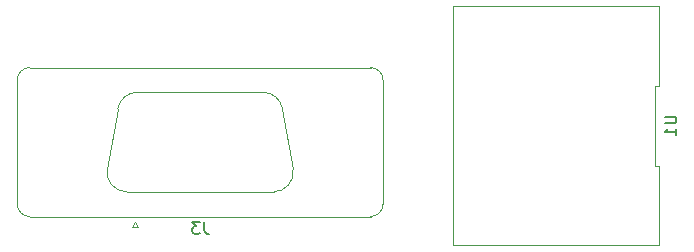
<source format=gbo>
G04 #@! TF.GenerationSoftware,KiCad,Pcbnew,(5.1.5-0)*
G04 #@! TF.CreationDate,2021-02-07T07:37:12-07:00*
G04 #@! TF.ProjectId,back_v4,6261636b-5f76-4342-9e6b-696361645f70,rev?*
G04 #@! TF.SameCoordinates,Original*
G04 #@! TF.FileFunction,Legend,Bot*
G04 #@! TF.FilePolarity,Positive*
%FSLAX46Y46*%
G04 Gerber Fmt 4.6, Leading zero omitted, Abs format (unit mm)*
G04 Created by KiCad (PCBNEW (5.1.5-0)) date 2021-02-07 07:37:12*
%MOMM*%
%LPD*%
G04 APERTURE LIST*
%ADD10C,0.120000*%
%ADD11C,0.150000*%
G04 APERTURE END LIST*
D10*
X173420000Y-112573333D02*
X173420000Y-119320000D01*
X173060000Y-112573333D02*
X173420000Y-112573333D01*
X173060000Y-105826667D02*
X173060000Y-112573333D01*
X173420000Y-105826667D02*
X173060000Y-105826667D01*
X173420000Y-99080000D02*
X173420000Y-105826667D01*
X155980000Y-99080000D02*
X173420000Y-99080000D01*
X155980000Y-119320000D02*
X155980000Y-99080000D01*
X173420000Y-119320000D02*
X155980000Y-119320000D01*
X126673530Y-112841744D02*
X127572798Y-107741744D01*
X142406470Y-112841744D02*
X141507202Y-107741744D01*
X129207579Y-106370000D02*
X139872421Y-106370000D01*
X128308311Y-114790000D02*
X140771689Y-114790000D01*
X129000000Y-117351325D02*
X128750000Y-117784338D01*
X129250000Y-117784338D02*
X129000000Y-117351325D01*
X128750000Y-117784338D02*
X129250000Y-117784338D01*
X119055000Y-105330000D02*
X119055000Y-115830000D01*
X148965000Y-104270000D02*
X120115000Y-104270000D01*
X150025000Y-115830000D02*
X150025000Y-105330000D01*
X120115000Y-116890000D02*
X148965000Y-116890000D01*
X141507202Y-107741744D02*
G75*
G03X139872421Y-106370000I-1634781J-288256D01*
G01*
X127572798Y-107741744D02*
G75*
G02X129207579Y-106370000I1634781J-288256D01*
G01*
X142406470Y-112841744D02*
G75*
G02X140771689Y-114790000I-1634781J-288256D01*
G01*
X126673530Y-112841744D02*
G75*
G03X128308311Y-114790000I1634781J-288256D01*
G01*
X148965000Y-104270000D02*
G75*
G02X150025000Y-105330000I0J-1060000D01*
G01*
X120115000Y-104270000D02*
G75*
G03X119055000Y-105330000I0J-1060000D01*
G01*
X150025000Y-115830000D02*
G75*
G02X148965000Y-116890000I-1060000J0D01*
G01*
X120115000Y-116890000D02*
G75*
G02X119055000Y-115830000I0J1060000D01*
G01*
D11*
X173872380Y-108438095D02*
X174681904Y-108438095D01*
X174777142Y-108485714D01*
X174824761Y-108533333D01*
X174872380Y-108628571D01*
X174872380Y-108819047D01*
X174824761Y-108914285D01*
X174777142Y-108961904D01*
X174681904Y-109009523D01*
X173872380Y-109009523D01*
X174872380Y-110009523D02*
X174872380Y-109438095D01*
X174872380Y-109723809D02*
X173872380Y-109723809D01*
X174015238Y-109628571D01*
X174110476Y-109533333D01*
X174158095Y-109438095D01*
X134873333Y-117342380D02*
X134873333Y-118056666D01*
X134920952Y-118199523D01*
X135016190Y-118294761D01*
X135159047Y-118342380D01*
X135254285Y-118342380D01*
X134492380Y-117342380D02*
X133873333Y-117342380D01*
X134206666Y-117723333D01*
X134063809Y-117723333D01*
X133968571Y-117770952D01*
X133920952Y-117818571D01*
X133873333Y-117913809D01*
X133873333Y-118151904D01*
X133920952Y-118247142D01*
X133968571Y-118294761D01*
X134063809Y-118342380D01*
X134349523Y-118342380D01*
X134444761Y-118294761D01*
X134492380Y-118247142D01*
M02*

</source>
